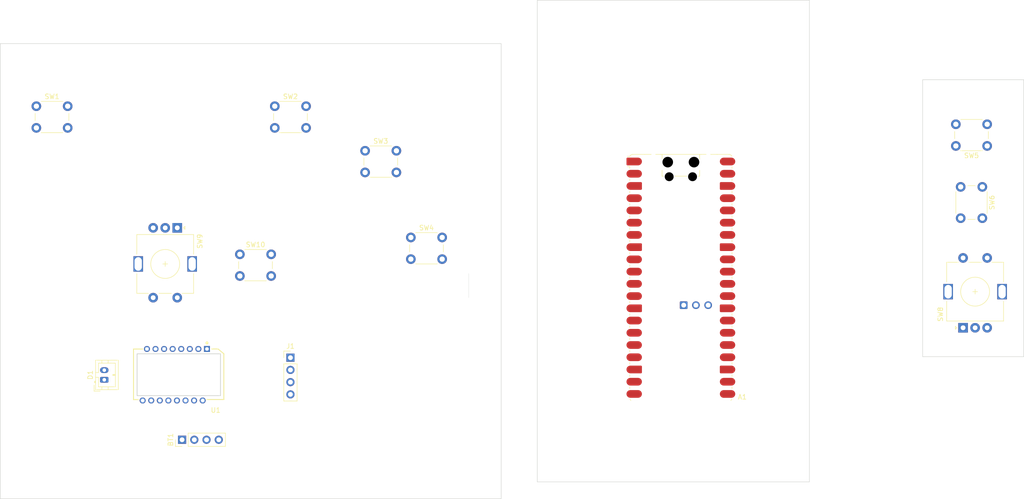
<source format=kicad_pcb>
(kicad_pcb (version 20241229) (generator "pcbnew") (generator_version "9.0")
  (layers (0 "F.Cu" signal) (2 "B.Cu" signal) (13 "F.Paste" user) (15 "B.Paste" user) (5 "F.SilkS" user "F.Silkscreen") (7 "B.SilkS" user "B.Silkscreen") (1 "F.Mask" user) (3 "B.Mask" user) (25 "Edge.Cuts" user))
  (net 0 "")
  (net 6 "Net-(A1-GPIO7)")
  (net 7 "Net-(A1-GPIO11)")
  (net 8 "GNDPWR")
  (net 9 "Net-(A1-GPIO19)")
  (net 10 "Net-(A1-GPIO13)")
  (net 11 "Net-(A1-GPIO18)")
  (net 12 "Net-(A1-GPIO9)")
  (net 13 "Net-(A1-GPIO8)")
  (net 15 "Net-(A1-GPIO6)")
  (net 16 "Net-(A1-GPIO2)")
  (net 19 "Net-(A1-GPIO4)")
  (net 20 "Net-(A1-GPIO1)")
  (net 24 "Net-(A1-GPIO20)")
  (net 25 "Net-(A1-GPIO10)")
  (net 26 "Net-(A1-GPIO3)")
  (net 28 "Net-(A1-VSYS)")
  (net 29 "Net-(A1-3V3)")
  (net 30 "Net-(A1-GPIO12)")
  (net 31 "Net-(A1-GPIO0)")
  (net 32 "Net-(A1-GPIO5)")
  (net 33 "Net-(A1-GPIO16)")
  (net 34 "Net-(A1-GPIO17)")
  (net 35 "Net-(BT1--)")
  (net 36 "Net-(BT1-+)")
  (net 37 "Net-(D1-K)")
  (footprint "Button_Switch_THT:SW_PUSH_6mm" (layer "F.Cu") (at 109.75 53.75)
    (property "Reference" "SW10" (at 3.25 -2 0) (layer "F.SilkS"))
    (property "Value" "SW_Push")
    (fp_line (start -0.25 1.5) (end -0.25 3) (stroke (width 0.12)) (layer "F.SilkS"))
    (fp_line (start 1 5.5) (end 5.5 5.5) (stroke (width 0.12)) (layer "F.SilkS"))
    (fp_line (start 5.5 -1) (end 1 -1) (stroke (width 0.12)) (layer "F.SilkS"))
    (fp_line (start 6.75 3) (end 6.75 1.5) (stroke (width 0.12)) (layer "F.SilkS"))
    (pad "1" thru_hole circle (at 0 0 90) (size 2 2) (drill 1.1) (layers "*.Cu" "*.Mask") (net 32 "Net-(A1-GPIO5)"))
    (pad "1" thru_hole circle (at 6.5 0 90) (size 2 2) (drill 1.1) (layers "*.Cu" "*.Mask") (net 32 "Net-(A1-GPIO5)"))
    (pad "2" thru_hole circle (at 0 4.5 90) (size 2 2) (drill 1.1) (layers "*.Cu" "*.Mask") (net 26 "Net-(A1-GPIO3)"))
    (pad "2" thru_hole circle (at 6.5 4.5 90) (size 2 2) (drill 1.1) (layers "*.Cu" "*.Mask") (net 26 "Net-(A1-GPIO3)"))
  )
  (footprint "Button_Switch_THT:SW_PUSH_6mm" (layer "F.Cu") (at 67.5 23)
    (property "Reference" "SW1" (at 3.25 -2 0) (layer "F.SilkS"))
    (property "Value" "SW_Push")
    (fp_line (start -0.25 1.5) (end -0.25 3) (stroke (width 0.12)) (layer "F.SilkS"))
    (fp_line (start 1 5.5) (end 5.5 5.5) (stroke (width 0.12)) (layer "F.SilkS"))
    (fp_line (start 5.5 -1) (end 1 -1) (stroke (width 0.12)) (layer "F.SilkS"))
    (fp_line (start 6.75 3) (end 6.75 1.5) (stroke (width 0.12)) (layer "F.SilkS"))
    (pad "1" thru_hole circle (at 0 0 90) (size 2 2) (drill 1.1) (layers "*.Cu" "*.Mask") (net 34 "Net-(A1-GPIO17)"))
    (pad "1" thru_hole circle (at 6.5 0 90) (size 2 2) (drill 1.1) (layers "*.Cu" "*.Mask") (net 34 "Net-(A1-GPIO17)"))
    (pad "2" thru_hole circle (at 0 4.5 90) (size 2 2) (drill 1.1) (layers "*.Cu" "*.Mask") (net 11 "Net-(A1-GPIO18)"))
    (pad "2" thru_hole circle (at 6.5 4.5 90) (size 2 2) (drill 1.1) (layers "*.Cu" "*.Mask") (net 11 "Net-(A1-GPIO18)"))
  )
  (footprint "Connector_PinHeader_2.54mm:PinHeader_1x04_P2.54mm_Vertical" (layer "F.Cu") (at 97.75 92.25 90)
    (property "Reference" "BT1" (at 0 -2.38 90) (layer "F.SilkS"))
    (property "Value" "Battery_Cell")
    (fp_line (start -1.38 -1.38) (end 0 -1.38) (stroke (width 0.12)) (layer "F.SilkS"))
    (fp_line (start -1.38 0) (end -1.38 -1.38) (stroke (width 0.12)) (layer "F.SilkS"))
    (fp_line (start 1.38 1.27) (end 1.38 9) (stroke (width 0.12)) (layer "F.SilkS"))
    (fp_line (start -1.38 1.27) (end 1.38 1.27) (stroke (width 0.12)) (layer "F.SilkS"))
    (fp_line (start -1.38 1.27) (end -1.38 9) (stroke (width 0.12)) (layer "F.SilkS"))
    (fp_line (start -1.38 9) (end 1.38 9) (stroke (width 0.12)) (layer "F.SilkS"))
    (pad "1" thru_hole rect (at 0 0 90) (size 1.7 1.7) (drill 1) (layers "*.Cu" "*.Mask") (net 36 "Net-(BT1-+)"))
    (pad "2" thru_hole circle (at 0 2.54 90) (size 1.7 1.7) (drill 1) (layers "*.Cu" "*.Mask") (net 35 "Net-(BT1--)"))
    (pad "3" thru_hole circle (at 0 5.08 90) (size 1.7 1.7) (drill 1) (layers "*.Cu" "*.Mask"))
    (pad "4" thru_hole circle (at 0 7.62 90) (size 1.7 1.7) (drill 1) (layers "*.Cu" "*.Mask"))
  )
  (footprint "Button_Switch_THT:SW_PUSH_6mm" (layer "F.Cu") (at 264.9 31.25 180)
    (property "Reference" "SW5" (at 3.25 -2 0) (layer "F.SilkS"))
    (property "Value" "SW_Push")
    (fp_line (start 6.75 3) (end 6.75 1.5) (stroke (width 0.12)) (layer "F.SilkS"))
    (fp_line (start 5.5 -1) (end 1 -1) (stroke (width 0.12)) (layer "F.SilkS"))
    (fp_line (start 1 5.5) (end 5.5 5.5) (stroke (width 0.12)) (layer "F.SilkS"))
    (fp_line (start -0.25 1.5) (end -0.25 3) (stroke (width 0.12)) (layer "F.SilkS"))
    (pad "1" thru_hole circle (at 0 0 270) (size 2 2) (drill 1.1) (layers "*.Cu" "*.Mask") (net 26 "Net-(A1-GPIO3)"))
    (pad "1" thru_hole circle (at 6.5 0 270) (size 2 2) (drill 1.1) (layers "*.Cu" "*.Mask") (net 26 "Net-(A1-GPIO3)"))
    (pad "2" thru_hole circle (at 0 4.5 270) (size 2 2) (drill 1.1) (layers "*.Cu" "*.Mask") (net 20 "Net-(A1-GPIO1)"))
    (pad "2" thru_hole circle (at 6.5 4.5 270) (size 2 2) (drill 1.1) (layers "*.Cu" "*.Mask") (net 20 "Net-(A1-GPIO1)"))
  )
  (footprint "PMW3360_PCB:PMW3360DM-T2QU 16Pin" (layer "F.Cu") (at 96.75 78.75 180)
    (property "Reference" "U1" (at -7.9756 -7.366 0) (layer "F.SilkS"))
    (property "Value" "PMW3360DM-T2QU")
    (fp_line (start 9.0772 5.334) (end 7.1628 5.334) (stroke (width 0.2)) (layer "F.SilkS"))
    (fp_line (start 9.0772 -5.166) (end 9.0772 5.334) (stroke (width 0.2)) (layer "F.SilkS"))
    (fp_line (start 9.0772 -5.166) (end 8.0772 -5.166) (stroke (width 0.2)) (layer "F.SilkS"))
    (fp_line (start -7.168 5.35) (end -8.468 5.35) (stroke (width 0.2)) (layer "F.SilkS"))
    (fp_line (start -8.468 5.35) (end -9.668 4.35) (stroke (width 0.2)) (layer "F.SilkS"))
    (fp_line (start -9.668 4.35) (end -9.668 -5.15) (stroke (width 0.2)) (layer "F.SilkS"))
    (fp_line (start -9.668 -5.15) (end -6.168 -5.15) (stroke (width 0.2)) (layer "F.SilkS"))
    (fp_circle (center -6.168 6.604) (end -6.168 6.604) (stroke (width 0.61)) (fill yes) (layer "F.SilkS"))
    (fp_rect (start -8.968 4.35) (end 8.332 -4.35) (stroke (width 0.15)) (fill no) (layer "Edge.Cuts"))
    (pad "1" thru_hole rect (at -6.168 5.35 180) (size 1.25 1.25) (drill 0.75) (layers "*.Cu" "*.Mask"))
    (pad "2" thru_hole oval (at -4.388 5.35 180) (size 1.25 1.25) (drill 0.75) (layers "*.Cu" "*.Mask"))
    (pad "3" thru_hole oval (at -2.608 5.35 180) (size 1.25 1.25) (drill 0.75) (layers "*.Cu" "*.Mask"))
    (pad "4" thru_hole oval (at -0.828 5.35 180) (size 1.25 1.25) (drill 0.75) (layers "*.Cu" "*.Mask") (net 29 "Net-(A1-3V3)"))
    (pad "5" thru_hole oval (at 0.952 5.35 180) (size 1.25 1.25) (drill 0.75) (layers "*.Cu" "*.Mask") (net 29 "Net-(A1-3V3)"))
    (pad "6" thru_hole oval (at 2.732 5.35 180) (size 1.25 1.25) (drill 0.75) (layers "*.Cu" "*.Mask"))
    (pad "7" thru_hole oval (at 4.512 5.35 180) (size 1.25 1.25) (drill 0.75) (layers "*.Cu" "*.Mask"))
    (pad "8" thru_hole oval (at 6.292 5.35 180) (size 1.25 1.25) (drill 0.75) (layers "*.Cu" "*.Mask") (net 13 "Net-(A1-GPIO8)"))
    (pad "9" thru_hole oval (at 7.182 -5.35 180) (size 1.25 1.25) (drill 0.75) (layers "*.Cu" "*.Mask") (net 12 "Net-(A1-GPIO9)"))
    (pad "10" thru_hole oval (at 5.402 -5.35 180) (size 1.25 1.25) (drill 0.75) (layers "*.Cu" "*.Mask") (net 30 "Net-(A1-GPIO12)"))
    (pad "11" thru_hole oval (at 3.622 -5.35 180) (size 1.25 1.25) (drill 0.75) (layers "*.Cu" "*.Mask") (net 10 "Net-(A1-GPIO13)"))
    (pad "12" thru_hole oval (at 1.842 -5.35 180) (size 1.25 1.25) (drill 0.75) (layers "*.Cu" "*.Mask") (net 25 "Net-(A1-GPIO10)"))
    (pad "13" thru_hole oval (at 0.062 -5.35 180) (size 1.25 1.25) (drill 0.75) (layers "*.Cu" "*.Mask") (net 7 "Net-(A1-GPIO11)"))
    (pad "14" thru_hole oval (at -1.718 -5.35 180) (size 1.25 1.25) (drill 0.75) (layers "*.Cu" "*.Mask"))
    (pad "15" thru_hole oval (at -3.498 -5.35 180) (size 1.25 1.25) (drill 0.75) (layers "*.Cu" "*.Mask") (net 37 "Net-(D1-K)"))
    (pad "16" thru_hole oval (at -5.278 -5.35 180) (size 1.25 1.25) (drill 0.75) (layers "*.Cu" "*.Mask"))
  )
  (footprint "Button_Switch_THT:SW_PUSH_6mm" (layer "F.Cu") (at 145.25 50.25)
    (property "Reference" "SW4" (at 3.25 -2 0) (layer "F.SilkS"))
    (property "Value" "SW_Push")
    (fp_line (start -0.25 1.5) (end -0.25 3) (stroke (width 0.12)) (layer "F.SilkS"))
    (fp_line (start 1 5.5) (end 5.5 5.5) (stroke (width 0.12)) (layer "F.SilkS"))
    (fp_line (start 5.5 -1) (end 1 -1) (stroke (width 0.12)) (layer "F.SilkS"))
    (fp_line (start 6.75 3) (end 6.75 1.5) (stroke (width 0.12)) (layer "F.SilkS"))
    (pad "1" thru_hole circle (at 0 0 90) (size 2 2) (drill 1.1) (layers "*.Cu" "*.Mask") (net 11 "Net-(A1-GPIO18)"))
    (pad "1" thru_hole circle (at 6.5 0 90) (size 2 2) (drill 1.1) (layers "*.Cu" "*.Mask") (net 11 "Net-(A1-GPIO18)"))
    (pad "2" thru_hole circle (at 0 4.5 90) (size 2 2) (drill 1.1) (layers "*.Cu" "*.Mask") (net 9 "Net-(A1-GPIO19)"))
    (pad "2" thru_hole circle (at 6.5 4.5 90) (size 2 2) (drill 1.1) (layers "*.Cu" "*.Mask") (net 9 "Net-(A1-GPIO19)"))
  )
  (footprint "Module:RaspberryPi_Pico_W_SMD_HandSolder" (layer "F.Cu") (at 201.31 58.61)
    (property "Reference" "A1" (at 11.7475 24.765 0) (layer "F.SilkS") (effects (justify left)))
    (property "Value" "RaspberryPi_Pico_W")
    (fp_line (start -10.61 -23.07) (end -11.09 -23.07) (stroke (width 0.12)) (layer "F.SilkS"))
    (fp_line (start -10.61 -23.07) (end -10.61 -22.65) (stroke (width 0.12)) (layer "F.SilkS"))
    (fp_line (start -10.61 -20.53) (end -10.61 -20.11) (stroke (width 0.12)) (layer "F.SilkS"))
    (fp_line (start -10.61 -17.99) (end -10.61 -17.57) (stroke (width 0.12)) (layer "F.SilkS"))
    (fp_line (start -10.61 -15.45) (end -10.61 -15.03) (stroke (width 0.12)) (layer "F.SilkS"))
    (fp_line (start -10.61 -12.91) (end -10.61 -12.49) (stroke (width 0.12)) (layer "F.SilkS"))
    (fp_line (start -10.61 -10.37) (end -10.61 -9.95) (stroke (width 0.12)) (layer "F.SilkS"))
    (fp_line (start -10.61 -7.83) (end -10.61 -7.41) (stroke (width 0.12)) (layer "F.SilkS"))
    (fp_line (start -10.61 -5.29) (end -10.61 -4.87) (stroke (width 0.12)) (layer "F.SilkS"))
    (fp_line (start -10.61 -2.75) (end -10.61 -2.33) (stroke (width 0.12)) (layer "F.SilkS"))
    (fp_line (start -10.61 -0.21) (end -10.61 0.21) (stroke (width 0.12)) (layer "F.SilkS"))
    (fp_line (start -10.61 2.33) (end -10.61 2.75) (stroke (width 0.12)) (layer "F.SilkS"))
    (fp_line (start -10.61 4.87) (end -10.61 5.29) (stroke (width 0.12)) (layer "F.SilkS"))
    (fp_line (start -10.61 7.41) (end -10.61 7.83) (stroke (width 0.12)) (layer "F.SilkS"))
    (fp_line (start -10.61 9.95) (end -10.61 10.37) (stroke (width 0.12)) (layer "F.SilkS"))
    (fp_line (start -10.61 12.49) (end -10.61 12.91) (stroke (width 0.12)) (layer "F.SilkS"))
    (fp_line (start -10.61 15.03) (end -10.61 15.45) (stroke (width 0.12)) (layer "F.SilkS"))
    (fp_line (start -10.61 17.57) (end -10.61 17.99) (stroke (width 0.12)) (layer "F.SilkS"))
    (fp_line (start -10.61 20.11) (end -10.61 20.53) (stroke (width 0.12)) (layer "F.SilkS"))
    (fp_line (start -10.61 22.65) (end -10.61 23.07) (stroke (width 0.12)) (layer "F.SilkS"))
    (fp_line (start -10.579676 -25.19) (end -11.09 -25.19) (stroke (width 0.12)) (layer "F.SilkS"))
    (fp_line (start -10 -25.61) (end -7.51 -25.61) (stroke (width 0.12)) (layer "F.SilkS"))
    (fp_line (start -7.51 -25.61) (end -6.16206 -25.61) (stroke (width 0.12)) (layer "F.SilkS"))
    (fp_line (start -5.237939 -25.61) (end -4.235 -25.61) (stroke (width 0.12)) (layer "F.SilkS"))
    (fp_line (start -4.235 -25.61) (end 4.235 -25.61) (stroke (width 0.12)) (layer "F.SilkS"))
    (fp_line (start -3.9 -25.61) (end -3.9 -24.694) (stroke (width 0.12)) (layer "F.SilkS"))
    (fp_line (start -3.9 -22.306) (end -3.9 -21.09) (stroke (width 0.12)) (layer "F.SilkS"))
    (fp_line (start -3.9 -21.09) (end -3.60391 -21.09) (stroke (width 0.12)) (layer "F.SilkS"))
    (fp_line (start -1.24609 -21.09) (end 1.24609 -21.09) (stroke (width 0.12)) (layer "F.SilkS"))
    (fp_line (start 3.60391 -21.09) (end 3.9 -21.09) (stroke (width 0.12)) (layer "F.SilkS"))
    (fp_line (start 3.9 -25.61) (end 3.9 -24.694) (stroke (width 0.12)) (layer "F.SilkS"))
    (fp_line (start 3.9 -22.306) (end 3.9 -21.09) (stroke (width 0.12)) (layer "F.SilkS"))
    (fp_line (start 4.235 -25.61) (end 5.237939 -25.61) (stroke (width 0.12)) (layer "F.SilkS"))
    (fp_line (start 6.162061 -25.61) (end 7.51 -25.61) (stroke (width 0.12)) (layer "F.SilkS"))
    (fp_line (start 10 -25.61) (end 7.51 -25.61) (stroke (width 0.12)) (layer "F.SilkS"))
    (fp_line (start 10.61 -23.07) (end 10.61 -22.65) (stroke (width 0.12)) (layer "F.SilkS"))
    (fp_line (start 10.61 -20.53) (end 10.61 -20.11) (stroke (width 0.12)) (layer "F.SilkS"))
    (fp_line (start 10.61 -17.99) (end 10.61 -17.57) (stroke (width 0.12)) (layer "F.SilkS"))
    (fp_line (start 10.61 -15.45) (end 10.61 -15.03) (stroke (width 0.12)) (layer "F.SilkS"))
    (fp_line (start 10.61 -12.91) (end 10.61 -12.49) (stroke (width 0.12)) (layer "F.SilkS"))
    (fp_line (start 10.61 -10.37) (end 10.61 -9.95) (stroke (width 0.12)) (layer "F.SilkS"))
    (fp_line (start 10.61 -7.83) (end 10.61 -7.41) (stroke (width 0.12)) (layer "F.SilkS"))
    (fp_line (start 10.61 -5.29) (end 10.61 -4.87) (stroke (width 0.12)) (layer "F.SilkS"))
    (fp_line (start 10.61 -2.75) (end 10.61 -2.33) (stroke (width 0.12)) (layer "F.SilkS"))
    (fp_line (start 10.61 -0.21) (end 10.61 0.21) (stroke (width 0.12)) (layer "F.SilkS"))
    (fp_line (start 10.61 2.33) (end 10.61 2.75) (stroke (width 0.12)) (layer "F.SilkS"))
    (fp_line (start 10.61 4.87) (end 10.61 5.29) (stroke (width 0.12)) (layer "F.SilkS"))
    (fp_line (start 10.61 7.41) (end 10.61 7.83) (stroke (width 0.12)) (layer "F.SilkS"))
    (fp_line (start 10.61 9.95) (end 10.61 10.37) (stroke (width 0.12)) (layer "F.SilkS"))
    (fp_line (start 10.61 12.49) (end 10.61 12.91) (stroke (width 0.12)) (layer "F.SilkS"))
    (fp_line (start 10.61 15.03) (end 10.61 15.45) (stroke (width 0.12)) (layer "F.SilkS"))
    (fp_line (start 10.61 17.57) (end 10.61 17.99) (stroke (width 0.12)) (layer "F.SilkS"))
    (fp_line (start 10.61 20.11) (end 10.61 20.53) (stroke (width 0.12)) (layer "F.SilkS"))
    (fp_line (start 10.61 22.65) (end 10.61 23.07) (stroke (width 0.12)) (layer "F.SilkS"))
    (fp_arc (start -10.579676 -25.19) (mid -10.357938 -25.493944) (end -10 -25.61) (stroke (width 0.12)) (layer "F.SilkS"))
    (fp_arc (start -10.363318 25.49) (mid -10.494791 25.356765) (end -10.579676 25.189937) (stroke (width 0.12)) (layer "F.SilkS"))
    (fp_arc (start 10 -25.61) (mid 10.357937 -25.493944) (end 10.579676 -25.189937) (stroke (width 0.12)) (layer "F.SilkS"))
    (fp_arc (start 10.579676 25.189937) (mid 10.494803 25.356773) (end 10.363318 25.49) (stroke (width 0.12)) (layer "F.SilkS"))
    (pad "" smd rect (at -8.89 -24.13) (size 3.8 2.2) (drill (offset -0.8 0)) (layers "F.Paste"))
    (pad "" smd rect (at -8.89 -21.59) (size 3.8 2.2) (drill (offset -0.8 0)) (layers "F.Paste"))
    (pad "" smd rect (at -8.89 -19.05) (size 3.8 2.2) (drill (offset -0.8 0)) (layers "F.Paste"))
    (pad "" smd rect (at -8.89 -16.51) (size 3.8 2.2) (drill (offset -0.8 0)) (layers "F.Paste"))
    (pad "" smd rect (at -8.89 -13.97) (size 3.8 2.2) (drill (offset -0.8 0)) (layers "F.Paste"))
    (pad "" smd rect (at -8.89 -11.43) (size 3.8 2.2) (drill (offset -0.8 0)) (layers "F.Paste"))
    (pad "" smd rect (at -8.89 -8.89) (size 3.8 2.2) (drill (offset -0.8 0)) (layers "F.Paste"))
    (pad "" smd rect (at -8.89 -6.35) (size 3.8 2.2) (drill (offset -0.8 0)) (layers "F.Paste"))
    (pad "" smd rect (at -8.89 -3.81) (size 3.8 2.2) (drill (offset -0.8 0)) (layers "F.Paste"))
    (pad "" smd rect (at -8.89 -1.27) (size 3.8 2.2) (drill (offset -0.8 0)) (layers "F.Paste"))
    (pad "" smd rect (at -8.89 1.27) (size 3.8 2.2) (drill (offset -0.8 0)) (layers "F.Paste"))
    (pad "" smd rect (at -8.89 3.81) (size 3.8 2.2) (drill (offset -0.8 0)) (layers "F.Paste"))
    (pad "" smd rect (at -8.89 6.35) (size 3.8 2.2) (drill (offset -0.8 0)) (layers "F.Paste"))
    (pad "" smd rect (at -8.89 8.89) (size 3.8 2.2) (drill (offset -0.8 0)) (layers "F.Paste"))
    (pad "" smd rect (at -8.89 11.43) (size 3.8 2.2) (drill (offset -0.8 0)) (layers "F.Paste"))
    (pad "" smd rect (at -8.89 13.97) (size 3.8 2.2) (drill (offset -0.8 0)) (layers "F.Paste"))
    (pad "" smd rect (at -8.89 16.51) (size 3.8 2.2) (drill (offset -0.8 0)) (layers "F.Paste"))
    (pad "" smd rect (at -8.89 19.05) (size 3.8 2.2) (drill (offset -0.8 0)) (layers "F.Paste"))
    (pad "" smd rect (at -8.89 21.59) (size 3.8 2.2) (drill (offset -0.8 0)) (layers "F.Paste"))
    (pad "" smd rect (at -8.89 24.13) (size 3.8 2.2) (drill (offset -0.8 0)) (layers "F.Paste"))
    (pad "" np_thru_hole circle (at -2.725 -24) (size 2.2 2.2) (drill 2.2) (layers "*.Mask"))
    (pad "" np_thru_hole circle (at -2.425 -20.97) (size 1.85 1.85) (drill 1.85) (layers "*.Mask"))
    (pad "" np_thru_hole circle (at 2.425 -20.97) (size 1.85 1.85) (drill 1.85) (layers "*.Mask"))
    (pad "" np_thru_hole circle (at 2.725 -24) (size 2.2 2.2) (drill 2.2) (layers "*.Mask"))
    (pad "" smd rect (at 8.89 -24.13) (size 3.8 2.2) (drill (offset 0.8 0)) (layers "F.Paste"))
    (pad "" smd rect (at 8.89 -21.59) (size 3.8 2.2) (drill (offset 0.8 0)) (layers "F.Paste"))
    (pad "" smd rect (at 8.89 -19.05) (size 3.8 2.2) (drill (offset 0.8 0)) (layers "F.Paste"))
    (pad "" smd rect (at 8.89 -16.51) (size 3.8 2.2) (drill (offset 0.8 0)) (layers "F.Paste"))
    (pad "" smd rect (at 8.89 -13.97) (size 3.8 2.2) (drill (offset 0.8 0)) (layers "F.Paste"))
    (pad "" smd rect (at 8.89 -11.43) (size 3.8 2.2) (drill (offset 0.8 0)) (layers "F.Paste"))
    (pad "" smd rect (at 8.89 -8.89) (size 3.8 2.2) (drill (offset 0.8 0)) (layers "F.Paste"))
    (pad "" smd rect (at 8.89 -6.35) (size 3.8 2.2) (drill (offset 0.8 0)) (layers "F.Paste"))
    (pad "" smd rect (at 8.89 -3.81) (size 3.8 2.2) (drill (offset 0.8 0)) (layers "F.Paste"))
    (pad "" smd rect (at 8.89 -1.27) (size 3.8 2.2) (drill (offset 0.8 0)) (layers "F.Paste"))
    (pad "" smd rect (at 8.89 1.27) (size 3.8 2.2) (drill (offset 0.8 0)) (layers "F.Paste"))
    (pad "" smd rect (at 8.89 3.81) (size 3.8 2.2) (drill (offset 0.8 0)) (layers "F.Paste"))
    (pad "" smd rect (at 8.89 6.35) (size 3.8 2.2) (drill (offset 0.8 0)) (layers "F.Paste"))
    (pad "" smd rect (at 8.89 8.89) (size 3.8 2.2) (drill (offset 0.8 0)) (layers "F.Paste"))
    (pad "" smd rect (at 8.89 11.43) (size 3.8 2.2) (drill (offset 0.8 0)) (layers "F.Paste"))
    (pad "" smd rect (at 8.89 13.97) (size 3.8 2.2) (drill (offset 0.8 0)) (layers "F.Paste"))
    (pad "" smd rect (at 8.89 16.51) (size 3.8 2.2) (drill (offset 0.8 0)) (layers "F.Paste"))
    (pad "" smd rect (at 8.89 19.05) (size 3.8 2.2) (drill (offset 0.8 0)) (layers "F.Paste"))
    (pad "" smd rect (at 8.89 21.59) (size 3.8 2.2) (drill (offset 0.8 0)) (layers "F.Paste"))
    (pad "" smd rect (at 8.89 24.13) (size 3.8 2.2) (drill (offset 0.8 0)) (layers "F.Paste"))
    (pad "1" smd custom (at -9.69 -24.13) (size 1.6 0.8) (layers "F.Cu" "F.Mask") (net 31 "Net-(A1-GPIO0)") (options (clearance outline) (anchor rect)) (primitives (gr_circle (center 0.8 0) (end 1.6 0) (width 0) (fill yes)) (gr_poly (pts (xy -1.6 -0.6) (xy -1.6 0.6) (xy -1.4 0.8) (xy 0.8 0.8) (xy 0.8 -0.8) (xy -1.4 -0.8)) (width 0) (fill yes)) (gr_circle (center -1.4 -0.6) (end -1.2 -0.6) (width 0) (fill yes)) (gr_circle (center -1.4 0.6) (end -1.2 0.6) (width 0) (fill yes))))
    (pad "2" smd roundrect (at -9.69 -21.59) (size 3.2 1.6) (layers "F.Cu" "F.Mask") (roundrect_rratio 0.5) (net 20 "Net-(A1-GPIO1)"))
    (pad "3" smd custom (at -9.69 -19.05) (size 1.6 0.8) (layers "F.Cu" "F.Mask") (net 8 "GNDPWR") (options (clearance outline) (anchor rect)) (primitives (gr_circle (center -0.8 0) (end 0 0) (width 0) (fill yes)) (gr_poly (pts (xy 1.6 -0.6) (xy 1.6 0.6) (xy 1.4 0.8) (xy -0.8 0.8) (xy -0.8 -0.8) (xy 1.4 -0.8)) (width 0) (fill yes)) (gr_circle (center 1.4 -0.6) (end 1.6 -0.6) (width 0) (fill yes)) (gr_circle (center 1.4 0.6) (end 1.6 0.6) (width 0) (fill yes))))
    (pad "4" smd roundrect (at -9.69 -16.51) (size 3.2 1.6) (layers "F.Cu" "F.Mask") (roundrect_rratio 0.5) (net 16 "Net-(A1-GPIO2)"))
    (pad "5" smd roundrect (at -9.69 -13.97) (size 3.2 1.6) (layers "F.Cu" "F.Mask") (roundrect_rratio 0.5) (net 26 "Net-(A1-GPIO3)"))
    (pad "6" smd roundrect (at -9.69 -11.43) (size 3.2 1.6) (layers "F.Cu" "F.Mask") (roundrect_rratio 0.5) (net 19 "Net-(A1-GPIO4)"))
    (pad "7" smd roundrect (at -9.69 -8.89) (size 3.2 1.6) (layers "F.Cu" "F.Mask") (roundrect_rratio 0.5) (net 32 "Net-(A1-GPIO5)"))
    (pad "8" smd custom (at -9.69 -6.35) (size 1.6 0.8) (layers "F.Cu" "F.Mask") (net 8 "GNDPWR") (options (clearance outline) (anchor rect)) (primitives (gr_circle (center -0.8 0) (end 0 0) (width 0) (fill yes)) (gr_poly (pts (xy 1.6 -0.6) (xy 1.6 0.6) (xy 1.4 0.8) (xy -0.8 0.8) (xy -0.8 -0.8) (xy 1.4 -0.8)) (width 0) (fill yes)) (gr_circle (center 1.4 -0.6) (end 1.6 -0.6) (width 0) (fill yes)) (gr_circle (center 1.4 0.6) (end 1.6 0.6) (width 0) (fill yes))))
    (pad "9" smd roundrect (at -9.69 -3.81) (size 3.2 1.6) (layers "F.Cu" "F.Mask") (roundrect_rratio 0.5) (net 15 "Net-(A1-GPIO6)"))
    (pad "10" smd roundrect (at -9.69 -1.27) (size 3.2 1.6) (layers "F.Cu" "F.Mask") (roundrect_rratio 0.5) (net 6 "Net-(A1-GPIO7)"))
    (pad "11" smd roundrect (at -9.69 1.27) (size 3.2 1.6) (layers "F.Cu" "F.Mask") (roundrect_rratio 0.5) (net 13 "Net-(A1-GPIO8)"))
    (pad "12" smd roundrect (at -9.69 3.81) (size 3.2 1.6) (layers "F.Cu" "F.Mask") (roundrect_rratio 0.5) (net 12 "Net-(A1-GPIO9)"))
    (pad "13" smd custom (at -9.69 6.35) (size 1.6 0.8) (layers "F.Cu" "F.Mask") (net 8 "GNDPWR") (options (clearance outline) (anchor rect)) (primitives (gr_circle (center -0.8 0) (end 0 0) (width 0) (fill yes)) (gr_poly (pts (xy 1.6 -0.6) (xy 1.6 0.6) (xy 1.4 0.8) (xy -0.8 0.8) (xy -0.8 -0.8) (xy 1.4 -0.8)) (width 0) (fill yes)) (gr_circle (center 1.4 -0.6) (end 1.6 -0.6) (width 0) (fill yes)) (gr_circle (center 1.4 0.6) (end 1.6 0.6) (width 0) (fill yes))))
    (pad "14" smd roundrect (at -9.69 8.89) (size 3.2 1.6) (layers "F.Cu" "F.Mask") (roundrect_rratio 0.5) (net 25 "Net-(A1-GPIO10)"))
    (pad "15" smd roundrect (at -9.69 11.43) (size 3.2 1.6) (layers "F.Cu" "F.Mask") (roundrect_rratio 0.5) (net 7 "Net-(A1-GPIO11)"))
    (pad "16" smd roundrect (at -9.69 13.97) (size 3.2 1.6) (layers "F.Cu" "F.Mask") (roundrect_rratio 0.5) (net 30 "Net-(A1-GPIO12)"))
    (pad "17" smd roundrect (at -9.69 16.51) (size 3.2 1.6) (layers "F.Cu" "F.Mask") (roundrect_rratio 0.5) (net 10 "Net-(A1-GPIO13)"))
    (pad "18" smd custom (at -9.69 19.05) (size 1.6 0.8) (layers "F.Cu" "F.Mask") (net 8 "GNDPWR") (options (clearance outline) (anchor rect)) (primitives (gr_circle (center -0.8 0) (end 0 0) (width 0) (fill yes)) (gr_poly (pts (xy 1.6 -0.6) (xy 1.6 0.6) (xy 1.4 0.8) (xy -0.8 0.8) (xy -0.8 -0.8) (xy 1.4 -0.8)) (width 0) (fill yes)) (gr_circle (center 1.4 -0.6) (end 1.6 -0.6) (width 0) (fill yes)) (gr_circle (center 1.4 0.6) (end 1.6 0.6) (width 0) (fill yes))))
    (pad "19" smd roundrect (at -9.69 21.59) (size 3.2 1.6) (layers "F.Cu" "F.Mask") (roundrect_rratio 0.5))
    (pad "20" smd roundrect (at -9.69 24.13) (size 3.2 1.6) (layers "F.Cu" "F.Mask") (roundrect_rratio 0.5))
    (pad "21" smd roundrect (at 9.69 24.13) (size 3.2 1.6) (layers "F.Cu" "F.Mask") (roundrect_rratio 0.5) (net 33 "Net-(A1-GPIO16)"))
    (pad "22" smd roundrect (at 9.69 21.59) (size 3.2 1.6) (layers "F.Cu" "F.Mask") (roundrect_rratio 0.5) (net 34 "Net-(A1-GPIO17)"))
    (pad "23" smd custom (at 9.69 19.05) (size 1.6 0.8) (layers "F.Cu" "F.Mask") (net 8 "GNDPWR") (options (clearance outline) (anchor rect)) (primitives (gr_circle (center 0.8 0) (end 1.6 0) (width 0) (fill yes)) (gr_poly (pts (xy -1.6 -0.6) (xy -1.6 0.6) (xy -1.4 0.8) (xy 0.8 0.8) (xy 0.8 -0.8) (xy -1.4 -0.8)) (width 0) (fill yes)) (gr_circle (center -1.4 -0.6) (end -1.2 -0.6) (width 0) (fill yes)) (gr_circle (center -1.4 0.6) (end -1.2 0.6) (width 0) (fill yes))))
    (pad "24" smd roundrect (at 9.69 16.51) (size 3.2 1.6) (layers "F.Cu" "F.Mask") (roundrect_rratio 0.5) (net 11 "Net-(A1-GPIO18)"))
    (pad "25" smd roundrect (at 9.69 13.97) (size 3.2 1.6) (layers "F.Cu" "F.Mask") (roundrect_rratio 0.5) (net 9 "Net-(A1-GPIO19)"))
    (pad "26" smd roundrect (at 9.69 11.43) (size 3.2 1.6) (layers "F.Cu" "F.Mask") (roundrect_rratio 0.5) (net 24 "Net-(A1-GPIO20)"))
    (pad "27" smd roundrect (at 9.69 8.89) (size 3.2 1.6) (layers "F.Cu" "F.Mask") (roundrect_rratio 0.5))
    (pad "28" smd custom (at 9.69 6.35) (size 1.6 0.8) (layers "F.Cu" "F.Mask") (net 8 "GNDPWR") (options (clearance outline) (anchor rect)) (primitives (gr_circle (center 0.8 0) (end 1.6 0) (width 0) (fill yes)) (gr_poly (pts (xy -1.6 -0.6) (xy -1.6 0.6) (xy -1.4 0.8) (xy 0.8 0.8) (xy 0.8 -0.8) (xy -1.4 -0.8)) (width 0) (fill yes)) (gr_circle (center -1.4 -0.6) (end -1.2 -0.6) (width 0) (fill yes)) (gr_circle (center -1.4 0.6) (end -1.2 0.6) (width 0) (fill yes))))
    (pad "29" smd roundrect (at 9.69 3.81) (size 3.2 1.6) (layers "F.Cu" "F.Mask") (roundrect_rratio 0.5))
    (pad "30" smd roundrect (at 9.69 1.27) (size 3.2 1.6) (layers "F.Cu" "F.Mask") (roundrect_rratio 0.5))
    (pad "31" smd roundrect (at 9.69 -1.27) (size 3.2 1.6) (layers "F.Cu" "F.Mask") (roundrect_rratio 0.5))
    (pad "32" smd roundrect (at 9.69 -3.81) (size 3.2 1.6) (layers "F.Cu" "F.Mask") (roundrect_rratio 0.5))
    (pad "33" smd custom (at 9.69 -6.35) (size 1.6 0.8) (layers "F.Cu" "F.Mask") (options (clearance outline) (anchor rect)) (primitives (gr_circle (center 0.8 0) (end 1.6 0) (width 0) (fill yes)) (gr_poly (pts (xy -1.6 -0.6) (xy -1.6 0.6) (xy -1.4 0.8) (xy 0.8 0.8) (xy 0.8 -0.8) (xy -1.4 -0.8)) (width 0) (fill yes)) (gr_circle (center -1.4 -0.6) (end -1.2 -0.6) (width 0) (fill yes)) (gr_circle (center -1.4 0.6) (end -1.2 0.6) (width 0) (fill yes))))
    (pad "34" smd roundrect (at 9.69 -8.89) (size 3.2 1.6) (layers "F.Cu" "F.Mask") (roundrect_rratio 0.5))
    (pad "35" smd roundrect (at 9.69 -11.43) (size 3.2 1.6) (layers "F.Cu" "F.Mask") (roundrect_rratio 0.5))
    (pad "36" smd roundrect (at 9.69 -13.97) (size 3.2 1.6) (layers "F.Cu" "F.Mask") (roundrect_rratio 0.5) (net 29 "Net-(A1-3V3)"))
    (pad "37" smd roundrect (at 9.69 -16.51) (size 3.2 1.6) (layers "F.Cu" "F.Mask") (roundrect_rratio 0.5))
    (pad "38" smd custom (at 9.69 -19.05) (size 1.6 0.8) (layers "F.Cu" "F.Mask") (net 8 "GNDPWR") (options (clearance outline) (anchor rect)) (primitives (gr_circle (center 0.8 0) (end 1.6 0) (width 0) (fill yes)) (gr_poly (pts (xy -1.6 -0.6) (xy -1.6 0.6) (xy -1.4 0.8) (xy 0.8 0.8) (xy 0.8 -0.8) (xy -1.4 -0.8)) (width 0) (fill yes)) (gr_circle (center -1.4 -0.6) (end -1.2 -0.6) (width 0) (fill yes)) (gr_circle (center -1.4 0.6) (end -1.2 0.6) (width 0) (fill yes))))
    (pad "39" smd roundrect (at 9.69 -21.59) (size 3.2 1.6) (layers "F.Cu" "F.Mask") (roundrect_rratio 0.5) (net 28 "Net-(A1-VSYS)"))
    (pad "40" smd roundrect (at 9.69 -24.13) (size 3.2 1.6) (layers "F.Cu" "F.Mask") (roundrect_rratio 0.5))
    (pad "D1" thru_hole roundrect (at 0.5841 5.7) (size 1.6 1.6) (drill 1) (layers "*.Cu" "*.Mask") (roundrect_rratio 0.125))
    (pad "D2" thru_hole circle (at 3.1241 5.7) (size 1.6 1.6) (drill 1) (layers "*.Cu" "*.Mask"))
    (pad "D3" thru_hole circle (at 5.6641 5.7) (size 1.6 1.6) (drill 1) (layers "*.Cu" "*.Mask"))
  )
  (footprint "Rotary_Encoder:RotaryEncoder_Alps_EC11E-Switch_Vertical_H20mm" (layer "F.Cu") (at 96.75 48.25 -90)
    (property "Reference" "SW9" (at 2.8 -4.7 90) (layer "F.SilkS"))
    (property "Value" "RotaryEncoder_Switch")
    (fp_line (start 5.5 8.4) (end 1.4 8.4) (stroke (width 0.12)) (layer "F.SilkS"))
    (fp_line (start 13.6 8.4) (end 9.5 8.4) (stroke (width 0.12)) (layer "F.SilkS"))
    (fp_line (start 13.6 6) (end 13.6 8.4) (stroke (width 0.12)) (layer "F.SilkS"))
    (fp_line (start 7 2.5) (end 8 2.5) (stroke (width 0.12)) (layer "F.SilkS"))
    (fp_line (start 7.5 2) (end 7.5 3) (stroke (width 0.12)) (layer "F.SilkS"))
    (fp_line (start 13.6 1.2) (end 13.6 3.8) (stroke (width 0.12)) (layer "F.SilkS"))
    (fp_line (start 0 -1.3) (end -0.3 -1.6) (stroke (width 0.12)) (layer "F.SilkS"))
    (fp_line (start -0.3 -1.6) (end 0.3 -1.6) (stroke (width 0.12)) (layer "F.SilkS"))
    (fp_line (start 0.3 -1.6) (end 0 -1.3) (stroke (width 0.12)) (layer "F.SilkS"))
    (fp_line (start 1.4 -3.4) (end 1.4 8.4) (stroke (width 0.12)) (layer "F.SilkS"))
    (fp_line (start 5.5 -3.4) (end 1.4 -3.4) (stroke (width 0.12)) (layer "F.SilkS"))
    (fp_line (start 9.5 -3.4) (end 13.6 -3.4) (stroke (width 0.12)) (layer "F.SilkS"))
    (fp_line (start 13.6 -3.4) (end 13.6 -1) (stroke (width 0.12)) (layer "F.SilkS"))
    (fp_circle (center 7.5 2.5) (end 10.5 2.5) (stroke (width 0.12)) (fill no) (layer "F.SilkS"))
    (pad "A" thru_hole rect (at 0 0 270) (size 2 2) (drill 1) (layers "*.Cu" "*.Mask") (net 19 "Net-(A1-GPIO4)"))
    (pad "B" thru_hole circle (at 0 5 270) (size 2 2) (drill 1) (layers "*.Cu" "*.Mask") (net 16 "Net-(A1-GPIO2)"))
    (pad "C" thru_hole circle (at 0 2.5 270) (size 2 2) (drill 1) (layers "*.Cu" "*.Mask") (net 26 "Net-(A1-GPIO3)"))
    (pad "MP" thru_hole rect (at 7.5 -3.1 270) (size 3.2 2) (drill oval 2.8 1.5) (layers "*.Cu" "*.Mask"))
    (pad "MP" thru_hole rect (at 7.5 8.1 270) (size 3.2 2) (drill oval 2.8 1.5) (layers "*.Cu" "*.Mask"))
    (pad "S1" thru_hole circle (at 14.5 5 270) (size 2 2) (drill 1) (layers "*.Cu" "*.Mask"))
    (pad "S2" thru_hole circle (at 14.5 0 270) (size 2 2) (drill 1) (layers "*.Cu" "*.Mask"))
  )
  (footprint "Button_Switch_THT:SW_PUSH_6mm" (layer "F.Cu") (at 117 23)
    (property "Reference" "SW2" (at 3.25 -2 0) (layer "F.SilkS"))
    (property "Value" "SW_Push")
    (fp_line (start -0.25 1.5) (end -0.25 3) (stroke (width 0.12)) (layer "F.SilkS"))
    (fp_line (start 1 5.5) (end 5.5 5.5) (stroke (width 0.12)) (layer "F.SilkS"))
    (fp_line (start 5.5 -1) (end 1 -1) (stroke (width 0.12)) (layer "F.SilkS"))
    (fp_line (start 6.75 3) (end 6.75 1.5) (stroke (width 0.12)) (layer "F.SilkS"))
    (pad "1" thru_hole circle (at 0 0 90) (size 2 2) (drill 1.1) (layers "*.Cu" "*.Mask") (net 26 "Net-(A1-GPIO3)"))
    (pad "1" thru_hole circle (at 6.5 0 90) (size 2 2) (drill 1.1) (layers "*.Cu" "*.Mask") (net 26 "Net-(A1-GPIO3)"))
    (pad "2" thru_hole circle (at 0 4.5 90) (size 2 2) (drill 1.1) (layers "*.Cu" "*.Mask") (net 31 "Net-(A1-GPIO0)"))
    (pad "2" thru_hole circle (at 6.5 4.5 90) (size 2 2) (drill 1.1) (layers "*.Cu" "*.Mask") (net 31 "Net-(A1-GPIO0)"))
  )
  (footprint "Connector_JST:JST_PH_B2B-PH-K_1x02_P2.00mm_Vertical" (layer "F.Cu") (at 81.6 79.798 90)
    (property "Reference" "D1" (at 1 -2.9 90) (layer "F.SilkS"))
    (property "Value" "LED")
    (fp_line (start -1.11 -2.11) (end -2.36 -2.11) (stroke (width 0.12)) (layer "F.SilkS"))
    (fp_line (start -2.36 -2.11) (end -2.36 -0.86) (stroke (width 0.12)) (layer "F.SilkS"))
    (fp_line (start -0.3 -2.01) (end -0.6 -2.01) (stroke (width 0.12)) (layer "F.SilkS"))
    (fp_line (start -0.6 -2.01) (end -0.6 -1.81) (stroke (width 0.12)) (layer "F.SilkS"))
    (fp_line (start -0.3 -1.91) (end -0.6 -1.91) (stroke (width 0.12)) (layer "F.SilkS"))
    (fp_line (start 0.5 -1.81) (end 0.5 -1.2) (stroke (width 0.12)) (layer "F.SilkS"))
    (fp_line (start -0.3 -1.81) (end -0.3 -2.01) (stroke (width 0.12)) (layer "F.SilkS"))
    (fp_line (start 3.45 -1.2) (end 1.5 -1.2) (stroke (width 0.12)) (layer "F.SilkS"))
    (fp_line (start 1.5 -1.2) (end 1.5 -1.81) (stroke (width 0.12)) (layer "F.SilkS"))
    (fp_line (start 0.5 -1.2) (end -1.45 -1.2) (stroke (width 0.12)) (layer "F.SilkS"))
    (fp_line (start -1.45 -1.2) (end -1.45 2.3) (stroke (width 0.12)) (layer "F.SilkS"))
    (fp_line (start 4.06 -0.5) (end 3.45 -0.5) (stroke (width 0.12)) (layer "F.SilkS"))
    (fp_line (start -2.06 -0.5) (end -1.45 -0.5) (stroke (width 0.12)) (layer "F.SilkS"))
    (fp_line (start 4.06 0.8) (end 3.45 0.8) (stroke (width 0.12)) (layer "F.SilkS"))
    (fp_line (start -2.06 0.8) (end -1.45 0.8) (stroke (width 0.12)) (layer "F.SilkS"))
    (fp_line (start 1.1 1.8) (end 1.1 2.3) (stroke (width 0.12)) (layer "F.SilkS"))
    (fp_line (start 0.9 1.8) (end 1.1 1.8) (stroke (width 0.12)) (layer "F.SilkS"))
    (fp_line (start 3.45 2.3) (end 3.45 -1.2) (stroke (width 0.12)) (layer "F.SilkS"))
    (fp_line (start 1 2.3) (end 1 1.8) (stroke (width 0.12)) (layer "F.SilkS"))
    (fp_line (start 0.9 2.3) (end 0.9 1.8) (stroke (width 0.12)) (layer "F.SilkS"))
    (fp_line (start -1.45 2.3) (end 3.45 2.3) (stroke (width 0.12)) (layer "F.SilkS"))
    (fp_rect (start -2.06 -1.81) (end 4.06 2.91) (stroke (width 0.12)) (fill no) (layer "F.SilkS"))
    (pad "1" thru_hole roundrect (at 0 0 90) (size 1.2 1.75) (drill 0.75) (layers "*.Cu" "*.Mask") (roundrect_rratio 0.208333) (net 37 "Net-(D1-K)"))
    (pad "2" thru_hole oval (at 2 0 90) (size 1.2 1.75) (drill 0.75) (layers "*.Cu" "*.Mask") (net 29 "Net-(A1-3V3)"))
  )
  (footprint "Button_Switch_THT:SW_PUSH_6mm" (layer "F.Cu") (at 263.9 39.75 -90)
    (property "Reference" "SW6" (at 3.25 -2 90) (layer "F.SilkS"))
    (property "Value" "SW_Push")
    (fp_line (start 1 5.5) (end 5.5 5.5) (stroke (width 0.12)) (layer "F.SilkS"))
    (fp_line (start 6.75 3) (end 6.75 1.5) (stroke (width 0.12)) (layer "F.SilkS"))
    (fp_line (start -0.25 1.5) (end -0.25 3) (stroke (width 0.12)) (layer "F.SilkS"))
    (fp_line (start 5.5 -1) (end 1 -1) (stroke (width 0.12)) (layer "F.SilkS"))
    (pad "1" thru_hole circle (at 0 0) (size 2 2) (drill 1.1) (layers "*.Cu" "*.Mask") (net 11 "Net-(A1-GPIO18)"))
    (pad "1" thru_hole circle (at 6.5 0) (size 2 2) (drill 1.1) (layers "*.Cu" "*.Mask") (net 11 "Net-(A1-GPIO18)"))
    (pad "2" thru_hole circle (at 0 4.5) (size 2 2) (drill 1.1) (layers "*.Cu" "*.Mask") (net 33 "Net-(A1-GPIO16)"))
    (pad "2" thru_hole circle (at 6.5 4.5) (size 2 2) (drill 1.1) (layers "*.Cu" "*.Mask") (net 33 "Net-(A1-GPIO16)"))
  )
  (footprint "Connector_PinHeader_2.54mm:PinHeader_1x04_P2.54mm_Vertical" (layer "F.Cu") (at 120.25 75.21)
    (property "Reference" "J1" (at 0 -2.38 0) (layer "F.SilkS"))
    (property "Value" "Conn_01x04")
    (fp_line (start -1.38 -1.38) (end 0 -1.38) (stroke (width 0.12)) (layer "F.SilkS"))
    (fp_line (start -1.38 0) (end -1.38 -1.38) (stroke (width 0.12)) (layer "F.SilkS"))
    (fp_line (start -1.38 1.27) (end -1.38 9) (stroke (width 0.12)) (layer "F.SilkS"))
    (fp_line (start -1.38 1.27) (end 1.38 1.27) (stroke (width 0.12)) (layer "F.SilkS"))
    (fp_line (start -1.38 9) (end 1.38 9) (stroke (width 0.12)) (layer "F.SilkS"))
    (fp_line (start 1.38 1.27) (end 1.38 9) (stroke (width 0.12)) (layer "F.SilkS"))
    (pad "1" thru_hole rect (at 0 0) (size 1.7 1.7) (drill 1) (layers "*.Cu" "*.Mask") (net 36 "Net-(BT1-+)"))
    (pad "2" thru_hole circle (at 0 2.54) (size 1.7 1.7) (drill 1) (layers "*.Cu" "*.Mask") (net 35 "Net-(BT1--)"))
    (pad "3" thru_hole circle (at 0 5.08) (size 1.7 1.7) (drill 1) (layers "*.Cu" "*.Mask") (net 28 "Net-(A1-VSYS)"))
    (pad "4" thru_hole circle (at 0 7.62) (size 1.7 1.7) (drill 1) (layers "*.Cu" "*.Mask") (net 11 "Net-(A1-GPIO18)"))
  )
  (footprint "Button_Switch_THT:SW_PUSH_6mm" (layer "F.Cu") (at 135.75 32.25)
    (property "Reference" "SW3" (at 3.25 -2 0) (layer "F.SilkS"))
    (property "Value" "SW_Push")
    (fp_line (start -0.25 1.5) (end -0.25 3) (stroke (width 0.12)) (layer "F.SilkS"))
    (fp_line (start 1 5.5) (end 5.5 5.5) (stroke (width 0.12)) (layer "F.SilkS"))
    (fp_line (start 5.5 -1) (end 1 -1) (stroke (width 0.12)) (layer "F.SilkS"))
    (fp_line (start 6.75 3) (end 6.75 1.5) (stroke (width 0.12)) (layer "F.SilkS"))
    (pad "1" thru_hole circle (at 0 0 90) (size 2 2) (drill 1.1) (layers "*.Cu" "*.Mask") (net 11 "Net-(A1-GPIO18)"))
    (pad "1" thru_hole circle (at 6.5 0 90) (size 2 2) (drill 1.1) (layers "*.Cu" "*.Mask") (net 11 "Net-(A1-GPIO18)"))
    (pad "2" thru_hole circle (at 0 4.5 90) (size 2 2) (drill 1.1) (layers "*.Cu" "*.Mask") (net 24 "Net-(A1-GPIO20)"))
    (pad "2" thru_hole circle (at 6.5 4.5 90) (size 2 2) (drill 1.1) (layers "*.Cu" "*.Mask") (net 24 "Net-(A1-GPIO20)"))
  )
  (footprint "Rotary_Encoder:RotaryEncoder_Alps_EC11E-Switch_Vertical_H20mm" (layer "F.Cu") (at 259.9 69 90)
    (property "Reference" "SW8" (at 2.8 -4.7 90) (layer "F.SilkS"))
    (property "Value" "RotaryEncoder_Switch")
    (fp_line (start 13.6 -3.4) (end 13.6 -1) (stroke (width 0.12)) (layer "F.SilkS"))
    (fp_line (start 9.5 -3.4) (end 13.6 -3.4) (stroke (width 0.12)) (layer "F.SilkS"))
    (fp_line (start 5.5 -3.4) (end 1.4 -3.4) (stroke (width 0.12)) (layer "F.SilkS"))
    (fp_line (start 1.4 -3.4) (end 1.4 8.4) (stroke (width 0.12)) (layer "F.SilkS"))
    (fp_line (start 0.3 -1.6) (end 0 -1.3) (stroke (width 0.12)) (layer "F.SilkS"))
    (fp_line (start -0.3 -1.6) (end 0.3 -1.6) (stroke (width 0.12)) (layer "F.SilkS"))
    (fp_line (start 0 -1.3) (end -0.3 -1.6) (stroke (width 0.12)) (layer "F.SilkS"))
    (fp_line (start 13.6 1.2) (end 13.6 3.8) (stroke (width 0.12)) (layer "F.SilkS"))
    (fp_line (start 7.5 2) (end 7.5 3) (stroke (width 0.12)) (layer "F.SilkS"))
    (fp_line (start 7 2.5) (end 8 2.5) (stroke (width 0.12)) (layer "F.SilkS"))
    (fp_line (start 13.6 6) (end 13.6 8.4) (stroke (width 0.12)) (layer "F.SilkS"))
    (fp_line (start 13.6 8.4) (end 9.5 8.4) (stroke (width 0.12)) (layer "F.SilkS"))
    (fp_line (start 5.5 8.4) (end 1.4 8.4) (stroke (width 0.12)) (layer "F.SilkS"))
    (fp_circle (center 7.5 2.5) (end 10.5 2.5) (stroke (width 0.12)) (fill no) (layer "F.SilkS"))
    (pad "A" thru_hole rect (at 0 0 90) (size 2 2) (drill 1) (layers "*.Cu" "*.Mask") (net 6 "Net-(A1-GPIO7)"))
    (pad "B" thru_hole circle (at 0 5 90) (size 2 2) (drill 1) (layers "*.Cu" "*.Mask") (net 15 "Net-(A1-GPIO6)"))
    (pad "C" thru_hole circle (at 0 2.5 90) (size 2 2) (drill 1) (layers "*.Cu" "*.Mask") (net 11 "Net-(A1-GPIO18)"))
    (pad "MP" thru_hole rect (at 7.5 -3.1 90) (size 3.2 2) (drill oval 2.8 1.5) (layers "*.Cu" "*.Mask"))
    (pad "MP" thru_hole rect (at 7.5 8.1 90) (size 3.2 2) (drill oval 2.8 1.5) (layers "*.Cu" "*.Mask"))
    (pad "S1" thru_hole circle (at 14.5 5 90) (size 2 2) (drill 1) (layers "*.Cu" "*.Mask"))
    (pad "S2" thru_hole circle (at 14.5 0 90) (size 2 2) (drill 1) (layers "*.Cu" "*.Mask"))
  )
  (gr_rect (start 251.5 17.5) (end 272.5 75) (stroke (width 0.1)) (fill no) (layer "Edge.Cuts"))
  (gr_rect (start 60 10) (end 164 104.5) (stroke (width 0.1)) (fill no) (layer "Edge.Cuts"))
  (gr_line (start 157.25 57.75) (end 157.25 62.75) (stroke (width 0.05)) (layer "Edge.Cuts"))
  (gr_rect (start 171.5 1) (end 228 101) (stroke (width 0.1)) (fill no) (layer "Edge.Cuts"))
)
</source>
